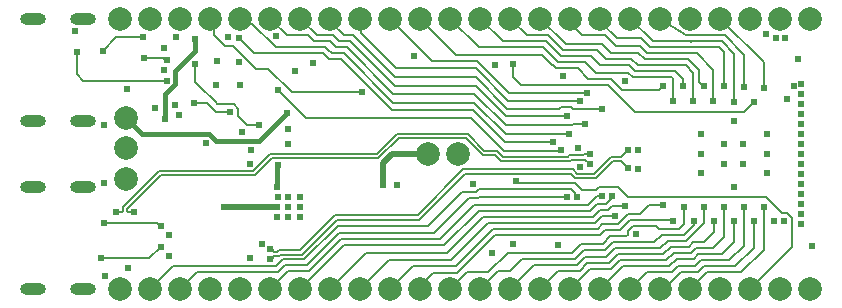
<source format=gbl>
G04*
G04 #@! TF.GenerationSoftware,Altium Limited,Altium Designer,24.8.2 (39)*
G04*
G04 Layer_Physical_Order=4*
G04 Layer_Color=16711680*
%FSLAX25Y25*%
%MOIN*%
G70*
G04*
G04 #@! TF.SameCoordinates,F7F922D7-4A05-4516-83E6-AC950D0B5F56*
G04*
G04*
G04 #@! TF.FilePolarity,Positive*
G04*
G01*
G75*
%ADD11C,0.01000*%
%ADD14C,0.00600*%
%ADD69C,0.01500*%
%ADD70C,0.02000*%
%ADD71C,0.00603*%
%ADD73C,0.07874*%
%ADD74O,0.08661X0.03937*%
%ADD75C,0.02400*%
D11*
X225397Y87459D02*
G03*
X225398Y87459I-44J8087D01*
G01*
D14*
X166000Y75500D02*
Y80000D01*
X168500Y73000D02*
X197500D01*
X166000Y75500D02*
X168500Y73000D01*
X182100Y65600D02*
X185400D01*
X186100Y64900D01*
X195500D01*
X181400D02*
X182100Y65600D01*
X164100Y64900D02*
X181400D01*
X153500Y75500D02*
X164100Y64900D01*
X205000Y95000D02*
X212541Y87459D01*
X225398D02*
X225398Y87459D01*
X225398Y87459D02*
X235458D01*
X212541D02*
X225398D01*
X235458D02*
X239500Y83417D01*
X208500Y88500D02*
X211541Y85459D01*
X195000Y94000D02*
X200500Y88500D01*
X208500D01*
X196672Y89500D02*
X200172Y86000D01*
X208172D02*
X210713Y83459D01*
X200172Y86000D02*
X208172D01*
X183500Y86500D02*
X195500D01*
X198500Y83500D02*
X207755D01*
X195500Y86500D02*
X198500Y83500D01*
X194000Y84500D02*
X197000Y81500D01*
X182672Y84500D02*
X194000D01*
X197000Y81500D02*
X205428D01*
X195000Y79500D02*
X204600D01*
X192000Y82500D02*
X195000Y79500D01*
X181843Y82500D02*
X192000D01*
X190000Y80500D02*
X193500Y77000D01*
X204272D01*
X181015Y80500D02*
X190000D01*
X191000Y75000D02*
X198500D01*
X187500Y78500D02*
X191000Y75000D01*
X180186Y78500D02*
X187500D01*
X206500Y64000D02*
X242993D01*
X246193Y67200D01*
X197500Y73000D02*
X206500Y64000D01*
X135000Y95000D02*
X147000Y83000D01*
X175536D02*
X179036Y79500D01*
X147000Y83000D02*
X175536D01*
X125000Y95000D02*
X139000Y81000D01*
X154000D02*
X164700Y70300D01*
X139000Y81000D02*
X154000D01*
X115351Y90149D02*
X127000Y78500D01*
X153500D01*
X164400Y67600D01*
X112500Y89500D02*
X126500Y75500D01*
X153500D01*
X111500Y87500D02*
X126500Y72500D01*
X153500D01*
X163500Y62500D01*
X126000Y70000D02*
X153000D01*
X110500Y85500D02*
X126000Y70000D01*
X153000D02*
X163500Y59500D01*
X153000Y67000D02*
X163500Y56500D01*
X126000Y67000D02*
X153000D01*
X109500Y83500D02*
X126000Y67000D01*
X152672Y64500D02*
X163372Y53800D01*
X108672Y81500D02*
X125672Y64500D01*
X152672D01*
X151972Y62000D02*
X162872Y51100D01*
X87600Y71400D02*
X97000Y62000D01*
X151972D01*
X45000Y5000D02*
X52500Y12500D01*
X85628D01*
X161000Y11000D02*
X165000D01*
X155000Y5000D02*
X161000Y11000D01*
X169000Y15000D02*
X186515D01*
X165000Y11000D02*
X169000Y15000D01*
X145164Y14664D02*
X157500Y27000D01*
X124664Y14664D02*
X145164D01*
X157500Y27000D02*
X193343D01*
X156000Y29000D02*
X192515D01*
X144000Y17000D02*
X156000Y29000D01*
X117000Y17000D02*
X144000D01*
X143000Y19500D02*
X154500Y31000D01*
X109500Y19500D02*
X143000D01*
X154500Y31000D02*
X191686D01*
X105000Y5000D02*
X117000Y17000D01*
X95000Y5000D02*
X109500Y19500D01*
X153000Y33000D02*
X190858D01*
X108672Y21500D02*
X141500D01*
X153000Y33000D01*
X97972Y10800D02*
X108672Y21500D01*
X97143Y12800D02*
X107843Y23500D01*
X139500D01*
X151300Y35300D01*
X154447D02*
X154847Y35700D01*
X151300Y35300D02*
X154447D01*
X154847Y35700D02*
X184000D01*
X137500Y26000D02*
X148800Y37300D01*
X153618D01*
X107515Y26000D02*
X137500D01*
X154718Y38400D02*
X185400D01*
X153618Y37300D02*
X154718Y38400D01*
X96315Y14800D02*
X107515Y26000D01*
X64091Y67000D02*
X67100Y63991D01*
X71691D01*
X59500Y67000D02*
X64091D01*
X85997Y12482D02*
X86825D01*
X87102Y12759D01*
X85628Y12500D02*
X85997Y12482D01*
X87102Y12759D02*
X89143Y14800D01*
X55000Y5000D02*
X60500Y10500D01*
X84800D01*
X87194Y10447D01*
X87619D01*
X89972Y12800D01*
X89143Y14800D02*
X96315D01*
X89972Y12800D02*
X97143D01*
X90800Y10800D02*
X97972D01*
X85000Y5000D02*
X90800Y10800D01*
X20500Y76500D02*
X22573Y74427D01*
X20500Y76500D02*
Y84100D01*
X22573Y74427D02*
X50451D01*
X49251Y82070D02*
X50121Y81200D01*
X42953Y82070D02*
X49251D01*
X50121Y81200D02*
X50500D01*
X29300Y84400D02*
X33700Y88800D01*
X42700D01*
X59900Y74045D02*
X60600Y73345D01*
X59900Y74045D02*
Y80000D01*
X60600Y73345D02*
X67145Y66800D01*
X186518Y40400D02*
X188922Y37996D01*
X193652D01*
X166804Y41100D02*
X167182D01*
X167882Y40400D02*
X186518D01*
X167182Y41100D02*
X167882Y40400D01*
X186700Y36779D02*
X187400Y36079D01*
Y35700D02*
Y36079D01*
X186700Y36779D02*
Y37100D01*
X185400Y38400D02*
X186700Y37100D01*
X201024Y38797D02*
X204321Y35500D01*
X194453Y38797D02*
X201024D01*
X193652Y37996D02*
X194453Y38797D01*
X204321Y35500D02*
X250321D01*
X255622Y30198D02*
X257341D01*
X258935Y28604D01*
X250321Y35500D02*
X255622Y30198D01*
X195471Y35996D02*
X195571Y36097D01*
X190858Y33000D02*
X193854Y35996D01*
X195471D01*
X194083Y33397D02*
X196912D01*
X191686Y31000D02*
X194083Y33397D01*
X196912D02*
X198262Y34747D01*
Y34760D02*
X198962Y35460D01*
X198262Y34747D02*
Y34760D01*
X198962Y35460D02*
Y35838D01*
X28528Y15118D02*
X44742D01*
X48562Y18938D01*
X48321Y26000D02*
X48700D01*
X29496Y26929D02*
X47392D01*
X48321Y26000D01*
X162872Y51100D02*
X181734D01*
X182000Y51366D01*
X198964Y32621D02*
X203381D01*
X197740Y31397D02*
X198964Y32621D01*
X192515Y29000D02*
X194912Y31397D01*
X197740D01*
X195740Y29397D02*
X199903D01*
X193343Y27000D02*
X195740Y29397D01*
X204225Y29900D02*
X208436D01*
X200825Y26500D02*
X204225Y29900D01*
X208436D02*
X211336Y32800D01*
X159172Y25000D02*
X194172D01*
X211336Y32800D02*
X216081D01*
X195672Y26500D02*
X200825D01*
X146836Y12664D02*
X159172Y25000D01*
X194172D02*
X195672Y26500D01*
X196500Y24500D02*
X201653D01*
X206100Y27900D02*
X206100Y27900D01*
X195000Y23000D02*
X196500Y24500D01*
X201653D02*
X205053Y27900D01*
X206100Y27900D02*
X219224D01*
X205053Y27900D02*
X206100D01*
X213772Y25900D02*
X214672Y25000D01*
X221339D02*
X221339Y25000D01*
X205882Y25900D02*
X213772D01*
X214672Y25000D02*
X221339D01*
X221339Y25000D02*
X221631Y25293D01*
X164172Y17000D02*
X185686D01*
X150500Y10500D02*
X157672D01*
X164172Y17000D01*
X145000Y5000D02*
X150500Y10500D01*
X204300Y24318D02*
X205882Y25900D01*
X204300Y23086D02*
Y24318D01*
X203714Y22500D02*
X204300Y23086D01*
X198358Y22500D02*
X203714D01*
X188686Y20000D02*
X195858D01*
X185686Y17000D02*
X188686Y20000D01*
X195858D02*
X198358Y22500D01*
X221631Y25293D02*
X222824Y26486D01*
X258935Y18935D02*
Y28604D01*
X245000Y5000D02*
X258935Y18935D01*
X92165Y70653D02*
X115700D01*
X84426Y78393D02*
X92165Y70653D01*
X72583Y86018D02*
X80207Y78393D01*
X81300D01*
X84426D01*
X76077Y87200D02*
X79777Y83500D01*
X74512Y88765D02*
X76077Y87200D01*
X81300Y83500D02*
X102500D01*
X79777D02*
X81300D01*
X69964Y86018D02*
X72583D01*
X66315Y89666D02*
X69964Y86018D01*
X163372Y53800D02*
X179200D01*
X66315Y89666D02*
Y93685D01*
X65000Y95000D02*
X66315Y93685D01*
X78555Y93305D02*
X78995D01*
X86800Y85500D02*
X103328D01*
X78995Y93305D02*
X86800Y85500D01*
X76860Y95000D02*
X78555Y93305D01*
X75000Y95000D02*
X76860D01*
X67254Y66691D02*
X72809D01*
X67145Y66800D02*
X67254Y66691D01*
X74391Y62657D02*
Y65109D01*
X72809Y66691D02*
X74391Y65109D01*
X77297Y59752D02*
X81063D01*
X74391Y62657D02*
X77297Y59752D01*
X81063D02*
X81315Y59500D01*
X104500Y81500D02*
X108672D01*
X102500Y83500D02*
X104500Y81500D01*
X104228Y84600D02*
X104400D01*
X105500Y83500D01*
X103328Y85500D02*
X104228Y84600D01*
X105500Y83500D02*
X109500D01*
X164700Y70300D02*
X190500D01*
X164400Y67600D02*
X188434D01*
X163500Y62500D02*
X184000D01*
X163500Y59500D02*
X185500D01*
X163500Y56500D02*
X184500D01*
X115351Y90149D02*
Y94649D01*
X115000Y95000D02*
X115351Y94649D01*
X109500Y89500D02*
X112500D01*
X108000Y87500D02*
X111500D01*
X107000Y85500D02*
X110500D01*
X99500Y87500D02*
X105000D01*
X107000Y85500D01*
X106000Y89500D02*
X108000Y87500D01*
X100500Y89500D02*
X106000D01*
X97500D02*
X99500Y87500D01*
X186000Y60000D02*
X190000D01*
X185500Y59500D02*
X186000Y60000D01*
X90500Y89500D02*
X97500D01*
X85000Y95000D02*
X90500Y89500D01*
X95000Y95000D02*
X100500Y89500D01*
X105000Y94000D02*
X109500Y89500D01*
X105000Y94000D02*
Y95000D01*
X198500Y75000D02*
X202300Y71200D01*
X214764D01*
X179036Y79500D02*
X179186D01*
X180186Y78500D01*
X175979Y85536D02*
X181015Y80500D01*
X189000Y89500D02*
X196672D01*
X185000Y93500D02*
X189000Y89500D01*
X195000Y94000D02*
Y95000D01*
X175000D02*
X183500Y86500D01*
X185000Y93500D02*
Y95000D01*
X227212Y83459D02*
X232756Y77914D01*
X210713Y83459D02*
X227212D01*
X232756Y67594D02*
Y77914D01*
X229349Y72514D02*
X229464D01*
X228064Y73800D02*
X229349Y72514D01*
X228064Y73800D02*
Y77794D01*
X207755Y83500D02*
X209796Y81459D01*
X224399D01*
X228064Y77794D01*
X177636Y89536D02*
X182672Y84500D01*
X207470Y79459D02*
X223571D01*
X205428Y81500D02*
X207470Y79459D01*
X176807Y87536D02*
X181843Y82500D01*
X204600Y79500D02*
X206641Y77459D01*
X219914D01*
X222503Y72782D02*
X222771Y72514D01*
X222503Y72782D02*
Y74870D01*
X219914Y77459D02*
X222503Y74870D01*
X236157Y72514D02*
Y83843D01*
X211541Y85459D02*
X234541D01*
X236157Y83843D01*
X239500Y67200D02*
Y83417D01*
X236500Y89500D02*
X242900Y83100D01*
Y72120D02*
Y83100D01*
X223490Y89500D02*
X236500D01*
X215000Y95000D02*
X223490Y89500D01*
X204272Y77000D02*
X205813Y75459D01*
X218785D01*
X219371Y67594D02*
Y74873D01*
X218785Y75459D02*
X219371Y74873D01*
X214764Y71200D02*
X216078Y72514D01*
X115000Y5000D02*
X124664Y14664D01*
X216328Y5000D02*
X221828Y10500D01*
X215000Y5000D02*
X216328D01*
X221828Y10500D02*
X227500D01*
X198672Y11500D02*
X201672Y14500D01*
X185000Y5000D02*
X191500Y11500D01*
X198672D01*
X188172Y11000D02*
X190672Y13500D01*
X197843D02*
X200843Y16500D01*
X190672Y13500D02*
X197843D01*
X197015Y15500D02*
X200015Y18500D01*
X187343Y13000D02*
X189843Y15500D01*
X197015D01*
X186515Y15000D02*
X189515Y18000D01*
X196686D02*
X199186Y20500D01*
X189515Y18000D02*
X196686D01*
X132664Y12664D02*
X146836D01*
X125000Y5000D02*
X132664Y12664D01*
X219224Y27900D02*
X219424Y27700D01*
X215500Y23000D02*
X222858D01*
X199186Y20500D02*
X213000D01*
X215500Y23000D01*
X222824Y26486D02*
Y32370D01*
X160000Y23000D02*
X195000D01*
X147437Y10437D02*
X160000Y23000D01*
X135000Y6000D02*
X139437Y10437D01*
X147437D01*
X135000Y5000D02*
Y6000D01*
X246196Y18696D02*
Y27486D01*
X240000Y12500D02*
X246196Y18696D01*
X229500Y12500D02*
X240000D01*
X242903Y19403D02*
Y32406D01*
X238000Y14500D02*
X242903Y19403D01*
X228500Y14500D02*
X238000D01*
X236210Y22210D02*
Y25923D01*
X226843Y18500D02*
X232500D01*
X236210Y22210D01*
X229500Y20500D02*
X232810Y23810D01*
X226015Y20500D02*
X229500D01*
X232810Y23810D02*
Y27486D01*
X226117Y26259D02*
Y27486D01*
X222858Y23000D02*
X226117Y26259D01*
X229517Y26831D02*
Y32406D01*
X223686Y21000D02*
X229517Y26831D01*
X181000Y11000D02*
X188172D01*
X175000Y5000D02*
X181000Y11000D01*
X200015Y18500D02*
X215000D01*
X173000Y13000D02*
X187343D01*
X200843Y16500D02*
X216000D01*
X201672Y14500D02*
X217000D01*
X217500Y21000D02*
X223686D01*
X218500Y19000D02*
X224515D01*
X226015Y20500D01*
X219500Y17000D02*
X225343D01*
X226843Y18500D01*
X226172Y15000D02*
X227672Y16500D01*
X220500Y15000D02*
X226172D01*
X227672Y16500D02*
X235500D01*
X238500Y19500D01*
X238500D01*
X239503Y20503D01*
Y27486D01*
X226500Y12500D02*
X228500Y14500D01*
X227500Y10500D02*
X229500Y12500D01*
X221000D02*
X226500D01*
X225000Y5000D02*
X230500Y10500D01*
X242000D01*
X219000D02*
X221000Y12500D01*
X210500Y10500D02*
X219000D01*
X205000Y5000D02*
X210500Y10500D01*
X195000Y5000D02*
X202500Y12500D01*
X218000D01*
X220500Y15000D01*
X217000Y14500D02*
X219500Y17000D01*
X216000Y16500D02*
X218500Y19000D01*
X215000Y18500D02*
X217500Y21000D01*
X242000Y10500D02*
X249596Y18096D01*
Y32406D01*
X236210Y25923D02*
X236210Y25923D01*
X165000Y5000D02*
X173000Y13000D01*
X236210Y25923D02*
Y32406D01*
X154464Y85536D02*
X175979D01*
X145000Y95000D02*
X154464Y85536D01*
X162464Y87536D02*
X176807D01*
X155000Y95000D02*
X162464Y87536D01*
X170464Y89536D02*
X177636D01*
X165000Y95000D02*
X170464Y89536D01*
X226064Y67594D02*
Y76966D01*
X223571Y79459D02*
X226064Y76966D01*
X249500Y72000D02*
Y80500D01*
X235000Y95000D02*
X249500Y80500D01*
D69*
X42377Y56550D02*
X64722D01*
X36855Y62072D02*
X42377Y56550D01*
X64722D02*
X66829Y54443D01*
X50100Y61700D02*
Y69903D01*
X53401Y73205D01*
Y77673D01*
X59900Y84172D01*
Y88300D01*
X81243Y54443D02*
X90500Y63700D01*
X66829Y54443D02*
X81243D01*
X87300Y45557D02*
X87700Y45957D01*
X87300Y39000D02*
Y45557D01*
X87700Y45957D02*
Y46200D01*
D70*
X87396Y32395D02*
X87400Y32400D01*
X69456Y32391D02*
X69461Y32395D01*
X87396D01*
X122500Y46928D02*
X125572Y50000D01*
X137500D01*
X122500Y39700D02*
Y46928D01*
D71*
X134125Y29500D02*
X149430Y44804D01*
X134707Y28097D02*
X150011Y43402D01*
X107347Y28097D02*
X134707D01*
X95651Y16401D02*
X107347Y28097D01*
X106766Y29500D02*
X134125D01*
X95070Y17805D02*
X106766Y29500D01*
X88480Y16401D02*
X95651D01*
X85453Y15000D02*
X86352Y15899D01*
X85100Y15000D02*
X85453D01*
X85100Y18200D02*
X85453D01*
X86352Y17301D02*
X87396D01*
X86352Y15899D02*
X87977D01*
X88480Y16401D01*
X85453Y18200D02*
X86352Y17301D01*
X87899Y17805D02*
X95070D01*
X87396Y17301D02*
X87899Y17805D01*
X149430Y44804D02*
X185841D01*
X187247Y43398D01*
X185259Y43402D02*
X186666Y41995D01*
X150011Y43402D02*
X185259D01*
X198649Y48949D02*
X201949D01*
X193680Y41995D02*
X199230Y47546D01*
X202025D02*
X204321Y45250D01*
X199230Y47546D02*
X202025D01*
X193098Y43398D02*
X198649Y48949D01*
X201949D02*
X204400Y51400D01*
X186666Y41995D02*
X193680D01*
X187247Y43398D02*
X193098D01*
X150300Y55200D02*
X155803Y49697D01*
X162061Y47662D02*
X184893D01*
X189403Y49488D02*
X189723Y49807D01*
X191493D01*
X191500Y49800D01*
X160026Y49697D02*
X162061Y47662D01*
X185316Y48085D02*
X189921D01*
X191194Y46506D02*
Y46812D01*
X160607Y51100D02*
X162642Y49064D01*
X156384Y51100D02*
X160607D01*
X184312Y49064D02*
X184735Y49488D01*
X155803Y49697D02*
X160026D01*
X189921Y48085D02*
X191194Y46812D01*
X162642Y49064D02*
X184312D01*
X150881Y56603D02*
X156384Y51100D01*
X184735Y49488D02*
X189403D01*
X184893Y47662D02*
X185316Y48085D01*
X191194Y46506D02*
X191500D01*
X127800Y55200D02*
X150300D01*
X127219Y56603D02*
X150881D01*
X120520Y49905D02*
X127219Y56603D01*
X35922Y31053D02*
Y32134D01*
X47987Y44199D01*
X79253D02*
X84959Y49905D01*
X47987Y44199D02*
X79253D01*
X37325Y31053D02*
X37678Y30700D01*
X37325Y31053D02*
Y31553D01*
X48568Y42796D02*
X79835D01*
X84959Y49905D02*
X120520D01*
X35569Y30700D02*
X35922Y31053D01*
X121101Y48502D02*
X127800Y55200D01*
X37678Y30700D02*
X39700D01*
X37325Y31553D02*
X48568Y42796D01*
X33547Y30700D02*
X35569D01*
X85540Y48502D02*
X121101D01*
X79835Y42796D02*
X85540Y48502D01*
D73*
X36800Y62072D02*
D03*
Y41600D02*
D03*
Y51836D02*
D03*
X205000Y5000D02*
D03*
X215000D02*
D03*
X55000D02*
D03*
X45000D02*
D03*
X235000D02*
D03*
X225000D02*
D03*
X195000D02*
D03*
X185000D02*
D03*
X175000D02*
D03*
X165000D02*
D03*
X155000D02*
D03*
X145000D02*
D03*
X135000D02*
D03*
X125000D02*
D03*
X115000D02*
D03*
X105000D02*
D03*
X95000D02*
D03*
X85000D02*
D03*
X65000Y95000D02*
D03*
X75000D02*
D03*
X85000D02*
D03*
X95000D02*
D03*
X105000D02*
D03*
X115000D02*
D03*
X125000D02*
D03*
X135000D02*
D03*
X145000D02*
D03*
X155000D02*
D03*
X165000D02*
D03*
X175000D02*
D03*
X185000D02*
D03*
X195000D02*
D03*
X205000D02*
D03*
X215000D02*
D03*
X225000D02*
D03*
X235000D02*
D03*
X265000D02*
D03*
X255000Y5000D02*
D03*
X45000Y95000D02*
D03*
X35000Y5000D02*
D03*
X245000Y95000D02*
D03*
X75000Y5000D02*
D03*
X65000D02*
D03*
X245000D02*
D03*
X55000Y95000D02*
D03*
X255000D02*
D03*
X265000Y5000D02*
D03*
X147500Y50000D02*
D03*
X137500D02*
D03*
X35000Y95000D02*
D03*
D74*
X5965D02*
D03*
X22500D02*
D03*
Y60984D02*
D03*
Y39016D02*
D03*
X5965Y60984D02*
D03*
Y39016D02*
D03*
X22500Y5000D02*
D03*
X5965D02*
D03*
D75*
X86940Y89178D02*
D03*
X59500Y67000D02*
D03*
X69456Y32391D02*
D03*
X85100Y15000D02*
D03*
Y18200D02*
D03*
X257300Y68300D02*
D03*
X122500Y39700D02*
D03*
X50100Y61700D02*
D03*
X59900Y88300D02*
D03*
X75720Y57393D02*
D03*
X37381Y71619D02*
D03*
X20500Y84100D02*
D03*
X50451Y74427D02*
D03*
X42953Y82070D02*
D03*
X50500Y81200D02*
D03*
X53433Y66155D02*
D03*
X42700Y88800D02*
D03*
X29300Y84400D02*
D03*
X19900Y90800D02*
D03*
X59900Y80000D02*
D03*
X187400Y35700D02*
D03*
X166804Y41100D02*
D03*
X195571Y36097D02*
D03*
X198962Y35838D02*
D03*
X187600Y51800D02*
D03*
X188200Y45700D02*
D03*
X51400Y15900D02*
D03*
X51200Y22900D02*
D03*
X48562Y18938D02*
D03*
X48700Y26000D02*
D03*
X28528Y15118D02*
D03*
X29496Y26929D02*
D03*
X191500Y46506D02*
D03*
Y49800D02*
D03*
X182000Y51366D02*
D03*
X203381Y32621D02*
D03*
X199903Y29397D02*
D03*
X33547Y30700D02*
D03*
X39700D02*
D03*
X207510Y44991D02*
D03*
X207700Y51300D02*
D03*
X204321Y45250D02*
D03*
X204400Y51400D02*
D03*
X78200Y15200D02*
D03*
X82300Y19800D02*
D03*
X29600Y59700D02*
D03*
X29500Y40400D02*
D03*
X46600Y65300D02*
D03*
X49665Y77813D02*
D03*
X49782Y85329D02*
D03*
X53524Y89043D02*
D03*
X37600Y11900D02*
D03*
X30091Y9409D02*
D03*
X87300Y39000D02*
D03*
X87700Y46200D02*
D03*
X94900Y35600D02*
D03*
X91000Y35500D02*
D03*
X87500Y35600D02*
D03*
X87400Y32400D02*
D03*
X91100D02*
D03*
X94800D02*
D03*
X94900Y29100D02*
D03*
X91100Y29000D02*
D03*
X87200D02*
D03*
X127402Y39698D02*
D03*
X115700Y70653D02*
D03*
X99300Y80200D02*
D03*
X93200Y77600D02*
D03*
X74512Y88765D02*
D03*
X179200Y53800D02*
D03*
X87600Y71400D02*
D03*
X67000Y73000D02*
D03*
X67200Y80800D02*
D03*
X74600Y80700D02*
D03*
X74900Y73000D02*
D03*
X71000Y88800D02*
D03*
X54700Y63000D02*
D03*
X71691Y63991D02*
D03*
X78600Y51300D02*
D03*
X78300Y46500D02*
D03*
X63500Y53600D02*
D03*
X81315Y59500D02*
D03*
X91100Y53300D02*
D03*
X90900Y58300D02*
D03*
X90500Y63700D02*
D03*
X160000Y79500D02*
D03*
X132980Y82480D02*
D03*
X184000Y62500D02*
D03*
X184500Y56500D02*
D03*
X190000Y60000D02*
D03*
X195500Y64900D02*
D03*
X188434Y67600D02*
D03*
X203153Y74300D02*
D03*
X190500Y70300D02*
D03*
X182500Y75800D02*
D03*
X166000Y80000D02*
D03*
X152500Y40000D02*
D03*
X184000Y35700D02*
D03*
X226117Y27486D02*
D03*
X219424Y27700D02*
D03*
X181000Y19700D02*
D03*
X159000Y17000D02*
D03*
X207000Y23200D02*
D03*
X166000Y20000D02*
D03*
X265628Y19128D02*
D03*
X256700Y88600D02*
D03*
X250200Y89800D02*
D03*
X253524Y88500D02*
D03*
X261000Y81500D02*
D03*
X242700Y46700D02*
D03*
Y53300D02*
D03*
X236200Y53200D02*
D03*
Y46700D02*
D03*
X239507Y61003D02*
D03*
X250506Y56492D02*
D03*
X250506Y49996D02*
D03*
Y43500D02*
D03*
X239499Y38997D02*
D03*
X228500Y43508D02*
D03*
Y50004D02*
D03*
Y56500D02*
D03*
X259582Y72514D02*
D03*
X262017Y73425D02*
D03*
Y70079D02*
D03*
Y66732D02*
D03*
Y63386D02*
D03*
Y60039D02*
D03*
Y56693D02*
D03*
Y53347D02*
D03*
Y50000D02*
D03*
Y46654D02*
D03*
Y43307D02*
D03*
Y39961D02*
D03*
Y36614D02*
D03*
Y33268D02*
D03*
Y29921D02*
D03*
Y26575D02*
D03*
X242903Y32406D02*
D03*
X246196Y27486D02*
D03*
X249596Y32406D02*
D03*
X239503Y27486D02*
D03*
X236210Y32406D02*
D03*
X232810Y27486D02*
D03*
X229517Y32406D02*
D03*
X222824D02*
D03*
X216081Y32800D02*
D03*
X216078Y72514D02*
D03*
X219371Y67594D02*
D03*
X222771Y72514D02*
D03*
X226064Y67594D02*
D03*
X229464Y72514D02*
D03*
X232756Y67594D02*
D03*
X236157Y72514D02*
D03*
X239500Y67200D02*
D03*
X242900Y72120D02*
D03*
X246193Y67200D02*
D03*
X249500Y72000D02*
D03*
X256235Y27486D02*
D03*
X252889D02*
D03*
M02*

</source>
